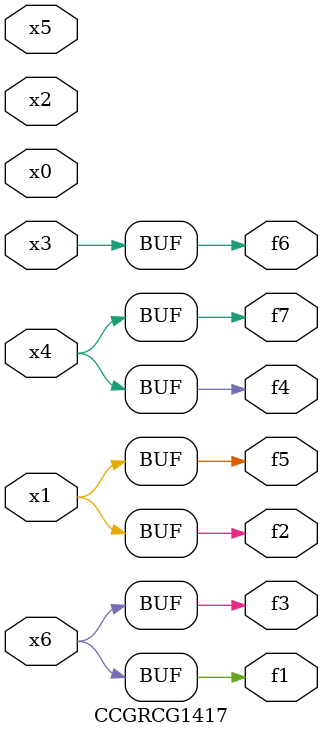
<source format=v>
module CCGRCG1417(
	input x0, x1, x2, x3, x4, x5, x6,
	output f1, f2, f3, f4, f5, f6, f7
);
	assign f1 = x6;
	assign f2 = x1;
	assign f3 = x6;
	assign f4 = x4;
	assign f5 = x1;
	assign f6 = x3;
	assign f7 = x4;
endmodule

</source>
